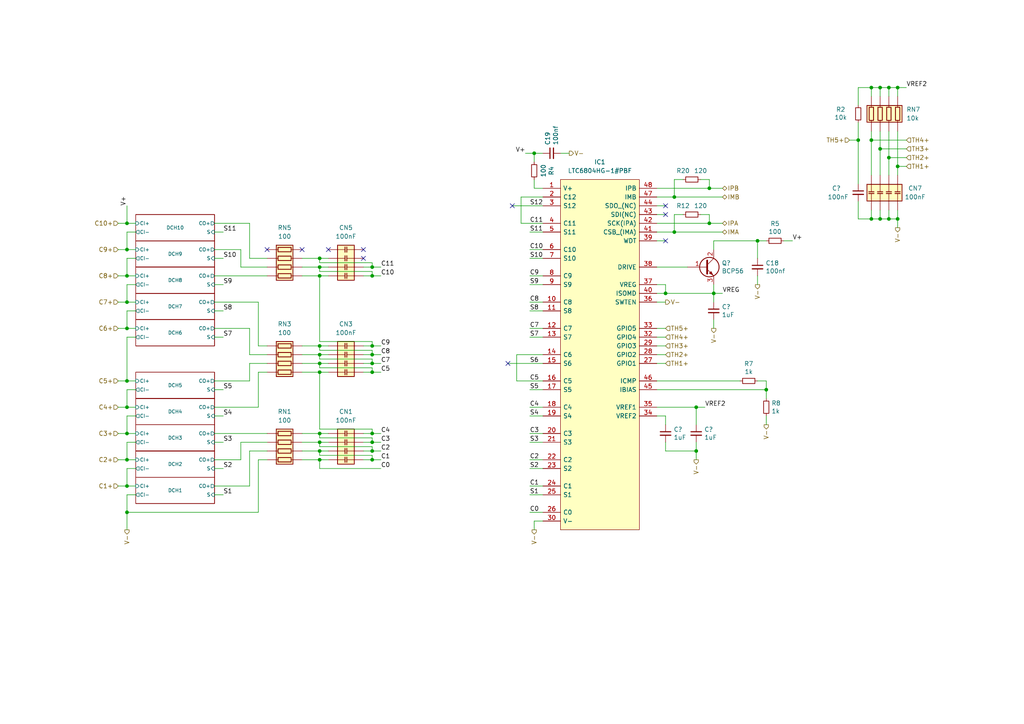
<source format=kicad_sch>
(kicad_sch (version 20230121) (generator eeschema)
  (paper "A4")
  (lib_symbols
    (symbol "PUTM_EV_BMS_HV_Slave_2021-rescue:C_Small-Device" (pin_numbers hide) (pin_names (offset 0.254) hide)
      (property "Reference" "C" (at 0.254 1.778 0))
      (property "Value" "C_Small-Device" (at 0.254 -2.032 0))
      (symbol "C_Small-Device_1_1"
        (pin passive line (at 0 2.54 270) (length 2.032) (name "~") (number "1"))
        (pin passive line (at 0 -2.54 90) (length 2.032) (name "~") (number "2"))
      )
    )
    (symbol "PUTM_EV_BMS_HV_Slave_2021-rescue:Q_NPN_BCE-Device" (pin_names (offset 0) hide)
      (property "Reference" "Q" (at 5.08 1.27 0))
      (property "Value" "Q_NPN_BCE-Device" (at 5.08 -1.27 0))
      (symbol "Q_NPN_BCE-Device_1_1"
        (pin input line (at -5.08 0 0) (length 5.715) (name "B") (number "1"))
        (pin passive line (at 2.54 5.08 270) (length 2.54) (name "C") (number "2"))
        (pin passive line (at 2.54 -5.08 90) (length 2.54) (name "E") (number "3"))
      )
    )
    (symbol "PUTM_EV_BMS_HV_Slave_2021-rescue:R_Small-Device" (pin_numbers hide) (pin_names (offset 0.254) hide)
      (property "Reference" "R" (at 0.762 0.508 0))
      (property "Value" "R_Small-Device" (at 0.762 -1.016 0))
      (symbol "R_Small-Device_1_1"
        (pin passive line (at 0 2.54 270) (length 0.762) (name "~") (number "1"))
        (pin passive line (at 0 -2.54 90) (length 0.762) (name "~") (number "2"))
      )
    )
    (symbol "ca064x104k4racauto:CA064X104K4RACAUTO" (pin_numbers hide) (pin_names (offset 0.762) hide)
      (property "Reference" "CN" (at -2.54 10.16 0))
      (property "Value" "CA064X104K4RACAUTO" (at -2.54 7.62 0))
      (symbol "CA064X104K4RACAUTO_1_1"
        (pin passive line (at -5.08 3.81 0) (length 2.54) (name "R1.1") (number "1"))
        (pin passive line (at -5.08 1.27 0) (length 2.54) (name "R2.1") (number "2"))
        (pin passive line (at -5.08 -1.27 0) (length 2.54) (name "R3.1") (number "3"))
        (pin passive line (at -5.08 -3.81 0) (length 2.54) (name "R4.1") (number "4"))
        (pin passive line (at 5.08 -3.81 180) (length 2.54) (name "R4.2") (number "5"))
        (pin passive line (at 5.08 -1.27 180) (length 2.54) (name "R3.2") (number "6"))
        (pin passive line (at 5.08 1.27 180) (length 2.54) (name "R2.2") (number "7"))
        (pin passive line (at 5.08 3.81 180) (length 2.54) (name "R1.2") (number "8"))
      )
    )
    (symbol "exb-v8v101jv:EXB-V8V101JV" (pin_numbers hide) (pin_names (offset 0.762) hide)
      (property "Reference" "RN" (at -2.54 8.89 0))
      (property "Value" "EXB-V8V101JV" (at -2.54 6.35 0))
      (symbol "EXB-V8V101JV_1_1"
        (pin passive line (at -5.08 3.81 0) (length 2.54) (name "R1.1") (number "1"))
        (pin passive line (at -5.08 1.27 0) (length 2.54) (name "R2.1") (number "2"))
        (pin passive line (at -5.08 -1.27 0) (length 2.54) (name "R3.1") (number "3"))
        (pin passive line (at -5.08 -3.81 0) (length 2.54) (name "R4.1") (number "4"))
        (pin passive line (at 5.08 -3.81 180) (length 2.54) (name "R4.2") (number "5"))
        (pin passive line (at 5.08 -1.27 180) (length 2.54) (name "R3.2") (number "6"))
        (pin passive line (at 5.08 1.27 180) (length 2.54) (name "R2.2") (number "7"))
        (pin passive line (at 5.08 3.81 180) (length 2.54) (name "R1.2") (number "8"))
      )
    )
    (symbol "ltc6804hg-1#pbf:LTC6804HG-1#PBF" (pin_names (offset 0.762))
      (property "Reference" "IC" (at 68.58 8.89 0))
      (property "Value" "LTC6804HG-1#PBF" (at 68.58 6.35 0))
      (symbol "LTC6804HG-1#PBF_0_0"
        (pin passive line (at 0 0 0) (length 5.08) (name "V+") (number "1"))
        (pin passive line (at 0 -33.02 0) (length 5.08) (name "C8") (number "10"))
        (pin passive line (at 0 -35.56 0) (length 5.08) (name "S8") (number "11"))
        (pin passive line (at 0 -40.64 0) (length 5.08) (name "C7") (number "12"))
        (pin passive line (at 0 -43.18 0) (length 5.08) (name "S7") (number "13"))
        (pin passive line (at 0 -48.26 0) (length 5.08) (name "C6") (number "14"))
        (pin passive line (at 0 -50.8 0) (length 5.08) (name "S6") (number "15"))
        (pin passive line (at 0 -55.88 0) (length 5.08) (name "C5") (number "16"))
        (pin passive line (at 0 -58.42 0) (length 5.08) (name "S5") (number "17"))
        (pin passive line (at 0 -63.5 0) (length 5.08) (name "C4") (number "18"))
        (pin passive line (at 0 -66.04 0) (length 5.08) (name "S4") (number "19"))
        (pin passive line (at 0 -2.54 0) (length 5.08) (name "C12") (number "2"))
        (pin passive line (at 0 -71.12 0) (length 5.08) (name "C3") (number "20"))
        (pin passive line (at 0 -73.66 0) (length 5.08) (name "S3") (number "21"))
        (pin passive line (at 0 -78.74 0) (length 5.08) (name "C2") (number "22"))
        (pin passive line (at 0 -81.28 0) (length 5.08) (name "S2") (number "23"))
        (pin passive line (at 0 -86.36 0) (length 5.08) (name "C1") (number "24"))
        (pin passive line (at 0 -88.9 0) (length 5.08) (name "S1") (number "25"))
        (pin passive line (at 0 -93.98 0) (length 5.08) (name "C0") (number "26"))
        (pin passive line (at 33.02 -50.8 180) (length 5.08) (name "GPIO1") (number "27"))
        (pin passive line (at 33.02 -48.26 180) (length 5.08) (name "GPIO2") (number "28"))
        (pin passive line (at 33.02 -45.72 180) (length 5.08) (name "GPIO3") (number "29"))
        (pin passive line (at 0 -5.08 0) (length 5.08) (name "S12") (number "3"))
        (pin passive line (at 33.02 -43.18 180) (length 5.08) (name "GPIO4") (number "32"))
        (pin passive line (at 33.02 -40.64 180) (length 5.08) (name "GPIO5") (number "33"))
        (pin passive line (at 33.02 -66.04 180) (length 5.08) (name "VREF2") (number "34"))
        (pin passive line (at 33.02 -63.5 180) (length 5.08) (name "VREF1") (number "35"))
        (pin passive line (at 33.02 -33.02 180) (length 5.08) (name "SWTEN") (number "36"))
        (pin passive line (at 33.02 -27.94 180) (length 5.08) (name "VREG") (number "37"))
        (pin passive line (at 33.02 -22.86 180) (length 5.08) (name "DRIVE") (number "38"))
        (pin passive line (at 33.02 -15.24 180) (length 5.08) (name "WDT") (number "39"))
        (pin passive line (at 0 -10.16 0) (length 5.08) (name "C11") (number "4"))
        (pin passive line (at 33.02 -30.48 180) (length 5.08) (name "ISOMD") (number "40"))
        (pin passive line (at 33.02 -12.7 180) (length 5.08) (name "CSB_(IMA)") (number "41"))
        (pin passive line (at 33.02 -10.16 180) (length 5.08) (name "SCK(IPA)") (number "42"))
        (pin passive line (at 33.02 -7.62 180) (length 5.08) (name "SDI(NC)") (number "43"))
        (pin passive line (at 33.02 -5.08 180) (length 5.08) (name "SDO_(NC)") (number "44"))
        (pin passive line (at 33.02 -58.42 180) (length 5.08) (name "IBIAS") (number "45"))
        (pin passive line (at 33.02 -55.88 180) (length 5.08) (name "ICMP") (number "46"))
        (pin passive line (at 33.02 -2.54 180) (length 5.08) (name "IMB") (number "47"))
        (pin passive line (at 33.02 0 180) (length 5.08) (name "IPB") (number "48"))
        (pin passive line (at 0 -12.7 0) (length 5.08) (name "S11") (number "5"))
        (pin passive line (at 0 -17.78 0) (length 5.08) (name "C10") (number "6"))
        (pin passive line (at 0 -20.32 0) (length 5.08) (name "S10") (number "7"))
        (pin passive line (at 0 -25.4 0) (length 5.08) (name "C9") (number "8"))
        (pin passive line (at 0 -27.94 0) (length 5.08) (name "S9") (number "9"))
      )
      (symbol "LTC6804HG-1#PBF_1_0"
        (pin passive line (at 0 -96.52 0) (length 5.08) (name "V-") (number "30"))
        (pin passive line (at 0 -96.52 0) (length 5.08) hide (name "V-") (number "31"))
      )
    )
  )
  (junction (at 255.27 25.4))
  (junction (at 107.95 77.47))
  (junction (at 107.95 80.01))
  (junction (at 107.95 133.35))
  (junction (at 92.71 77.47))
  (junction (at 92.71 102.87))
  (junction (at 36.83 110.49))
  (junction (at 92.71 128.27))
  (junction (at 107.95 125.73))
  (junction (at 195.58 67.31))
  (junction (at 252.73 40.64))
  (junction (at 92.71 74.93))
  (junction (at 201.93 130.81))
  (junction (at 193.04 85.09))
  (junction (at 219.71 69.85))
  (junction (at 92.71 130.81))
  (junction (at 36.83 118.11))
  (junction (at 257.81 25.4))
  (junction (at 154.94 44.45))
  (junction (at 36.83 95.25))
  (junction (at 36.83 140.97))
  (junction (at 255.27 43.18))
  (junction (at 36.83 148.59))
  (junction (at 107.95 100.33))
  (junction (at 201.93 118.11))
  (junction (at 260.35 63.5))
  (junction (at 260.35 48.26))
  (junction (at 207.01 85.09))
  (junction (at 205.74 64.77))
  (junction (at 36.83 80.01))
  (junction (at 92.71 133.35))
  (junction (at 195.58 57.15))
  (junction (at 36.83 64.77))
  (junction (at 107.95 107.95))
  (junction (at 36.83 72.39))
  (junction (at 107.95 105.41))
  (junction (at 92.71 80.01))
  (junction (at 107.95 102.87))
  (junction (at 252.73 25.4))
  (junction (at 255.27 63.5))
  (junction (at 92.71 105.41))
  (junction (at 260.35 25.4))
  (junction (at 107.95 130.81))
  (junction (at 92.71 125.73))
  (junction (at 36.83 133.35))
  (junction (at 92.71 100.33))
  (junction (at 205.74 54.61))
  (junction (at 248.92 40.64))
  (junction (at 257.81 63.5))
  (junction (at 92.71 107.95))
  (junction (at 222.25 113.03))
  (junction (at 107.95 128.27))
  (junction (at 257.81 45.72))
  (junction (at 36.83 125.73))
  (junction (at 36.83 87.63))
  (junction (at 252.73 63.5))
  (no_connect (at 95.25 72.39))
  (no_connect (at 105.41 74.93))
  (no_connect (at 105.41 72.39))
  (no_connect (at 87.63 72.39))
  (no_connect (at 193.04 62.23))
  (no_connect (at 148.59 59.69))
  (no_connect (at 77.47 72.39))
  (no_connect (at 193.04 59.69))
  (no_connect (at 147.32 105.41))
  (no_connect (at 193.04 69.85))
  (wire (pts (xy 190.5 120.65) (xy 193.04 120.65)))
  (wire (pts (xy 207.01 85.09) (xy 207.01 87.63)))
  (wire (pts (xy 190.5 54.61) (xy 205.74 54.61)))
  (wire (pts (xy 227.33 69.85) (xy 229.87 69.85)))
  (wire (pts (xy 260.35 63.5) (xy 257.81 63.5)))
  (wire (pts (xy 252.73 60.96) (xy 252.73 63.5)))
  (wire (pts (xy 255.27 38.1) (xy 255.27 43.18)))
  (wire (pts (xy 154.94 44.45) (xy 157.48 44.45)))
  (wire (pts (xy 153.67 74.93) (xy 157.48 74.93)))
  (wire (pts (xy 107.95 125.73) (xy 107.95 124.46)))
  (wire (pts (xy 252.73 40.64) (xy 262.89 40.64)))
  (wire (pts (xy 34.29 72.39) (xy 36.83 72.39)))
  (wire (pts (xy 36.83 97.79) (xy 36.83 110.49)))
  (wire (pts (xy 105.41 80.01) (xy 107.95 80.01)))
  (wire (pts (xy 154.94 54.61) (xy 157.48 54.61)))
  (wire (pts (xy 36.83 120.65) (xy 36.83 125.73)))
  (wire (pts (xy 107.95 132.08) (xy 92.71 132.08)))
  (wire (pts (xy 248.92 63.5) (xy 252.73 63.5)))
  (wire (pts (xy 105.41 102.87) (xy 107.95 102.87)))
  (wire (pts (xy 105.41 128.27) (xy 107.95 128.27)))
  (wire (pts (xy 105.41 133.35) (xy 107.95 133.35)))
  (wire (pts (xy 36.83 72.39) (xy 39.37 72.39)))
  (wire (pts (xy 36.83 148.59) (xy 36.83 153.67)))
  (wire (pts (xy 34.29 140.97) (xy 36.83 140.97)))
  (wire (pts (xy 190.5 105.41) (xy 193.04 105.41)))
  (wire (pts (xy 95.25 107.95) (xy 92.71 107.95)))
  (wire (pts (xy 149.86 102.87) (xy 149.86 110.49)))
  (wire (pts (xy 74.93 118.11) (xy 74.93 107.95)))
  (wire (pts (xy 95.25 77.47) (xy 92.71 77.47)))
  (wire (pts (xy 107.95 133.35) (xy 110.49 133.35)))
  (wire (pts (xy 153.67 128.27) (xy 157.48 128.27)))
  (wire (pts (xy 92.71 133.35) (xy 95.25 133.35)))
  (wire (pts (xy 92.71 78.74) (xy 92.71 77.47)))
  (wire (pts (xy 219.71 110.49) (xy 222.25 110.49)))
  (wire (pts (xy 36.83 67.31) (xy 36.83 72.39)))
  (wire (pts (xy 95.25 128.27) (xy 92.71 128.27)))
  (wire (pts (xy 153.67 82.55) (xy 157.48 82.55)))
  (wire (pts (xy 201.93 123.19) (xy 201.93 118.11)))
  (wire (pts (xy 107.95 124.46) (xy 92.71 124.46)))
  (wire (pts (xy 207.01 85.09) (xy 209.55 85.09)))
  (wire (pts (xy 190.5 82.55) (xy 193.04 82.55)))
  (wire (pts (xy 193.04 120.65) (xy 193.04 123.19)))
  (wire (pts (xy 107.95 104.14) (xy 92.71 104.14)))
  (wire (pts (xy 92.71 106.68) (xy 92.71 105.41)))
  (wire (pts (xy 62.23 72.39) (xy 69.85 72.39)))
  (wire (pts (xy 201.93 118.11) (xy 204.47 118.11)))
  (wire (pts (xy 105.41 77.47) (xy 107.95 77.47)))
  (wire (pts (xy 39.37 135.89) (xy 36.83 135.89)))
  (wire (pts (xy 62.23 67.31) (xy 64.77 67.31)))
  (wire (pts (xy 87.63 74.93) (xy 92.71 74.93)))
  (wire (pts (xy 72.39 140.97) (xy 72.39 130.81)))
  (wire (pts (xy 248.92 35.56) (xy 248.92 40.64)))
  (wire (pts (xy 107.95 78.74) (xy 92.71 78.74)))
  (wire (pts (xy 92.71 74.93) (xy 95.25 74.93)))
  (wire (pts (xy 39.37 113.03) (xy 36.83 113.03)))
  (wire (pts (xy 201.93 128.27) (xy 201.93 130.81)))
  (wire (pts (xy 107.95 100.33) (xy 107.95 99.06)))
  (wire (pts (xy 107.95 128.27) (xy 110.49 128.27)))
  (wire (pts (xy 255.27 25.4) (xy 255.27 27.94)))
  (wire (pts (xy 260.35 60.96) (xy 260.35 63.5)))
  (wire (pts (xy 153.67 135.89) (xy 157.48 135.89)))
  (wire (pts (xy 153.67 143.51) (xy 157.48 143.51)))
  (wire (pts (xy 193.04 82.55) (xy 193.04 85.09)))
  (wire (pts (xy 69.85 128.27) (xy 77.47 128.27)))
  (wire (pts (xy 205.74 62.23) (xy 205.74 64.77)))
  (wire (pts (xy 107.95 130.81) (xy 107.95 129.54)))
  (wire (pts (xy 87.63 107.95) (xy 92.71 107.95)))
  (wire (pts (xy 62.23 74.93) (xy 64.77 74.93)))
  (wire (pts (xy 87.63 128.27) (xy 92.71 128.27)))
  (wire (pts (xy 260.35 63.5) (xy 260.35 66.04)))
  (wire (pts (xy 34.29 118.11) (xy 36.83 118.11)))
  (wire (pts (xy 62.23 133.35) (xy 69.85 133.35)))
  (wire (pts (xy 62.23 120.65) (xy 64.77 120.65)))
  (wire (pts (xy 72.39 95.25) (xy 72.39 102.87)))
  (wire (pts (xy 255.27 25.4) (xy 252.73 25.4)))
  (wire (pts (xy 153.67 133.35) (xy 157.48 133.35)))
  (wire (pts (xy 248.92 30.48) (xy 248.92 25.4)))
  (wire (pts (xy 107.95 125.73) (xy 110.49 125.73)))
  (wire (pts (xy 157.48 151.13) (xy 154.94 151.13)))
  (wire (pts (xy 107.95 102.87) (xy 110.49 102.87)))
  (wire (pts (xy 257.81 25.4) (xy 257.81 27.94)))
  (wire (pts (xy 190.5 102.87) (xy 193.04 102.87)))
  (wire (pts (xy 36.83 74.93) (xy 36.83 80.01)))
  (wire (pts (xy 107.95 129.54) (xy 92.71 129.54)))
  (wire (pts (xy 153.67 148.59) (xy 157.48 148.59)))
  (wire (pts (xy 39.37 74.93) (xy 36.83 74.93)))
  (wire (pts (xy 36.83 125.73) (xy 39.37 125.73)))
  (wire (pts (xy 205.74 52.07) (xy 205.74 54.61)))
  (wire (pts (xy 190.5 100.33) (xy 193.04 100.33)))
  (wire (pts (xy 257.81 38.1) (xy 257.81 45.72)))
  (wire (pts (xy 36.83 133.35) (xy 39.37 133.35)))
  (wire (pts (xy 34.29 80.01) (xy 36.83 80.01)))
  (wire (pts (xy 260.35 48.26) (xy 262.89 48.26)))
  (wire (pts (xy 105.41 125.73) (xy 107.95 125.73)))
  (wire (pts (xy 36.83 64.77) (xy 39.37 64.77)))
  (wire (pts (xy 153.67 140.97) (xy 157.48 140.97)))
  (wire (pts (xy 92.71 129.54) (xy 92.71 128.27)))
  (wire (pts (xy 195.58 62.23) (xy 195.58 67.31)))
  (wire (pts (xy 190.5 69.85) (xy 193.04 69.85)))
  (wire (pts (xy 36.83 59.69) (xy 36.83 64.77)))
  (wire (pts (xy 153.67 113.03) (xy 157.48 113.03)))
  (wire (pts (xy 62.23 87.63) (xy 74.93 87.63)))
  (wire (pts (xy 147.32 105.41) (xy 157.48 105.41)))
  (wire (pts (xy 149.86 110.49) (xy 157.48 110.49)))
  (wire (pts (xy 162.56 44.45) (xy 165.1 44.45)))
  (wire (pts (xy 154.94 46.99) (xy 154.94 44.45)))
  (wire (pts (xy 219.71 69.85) (xy 222.25 69.85)))
  (wire (pts (xy 107.95 102.87) (xy 107.95 101.6)))
  (wire (pts (xy 190.5 95.25) (xy 193.04 95.25)))
  (wire (pts (xy 39.37 67.31) (xy 36.83 67.31)))
  (wire (pts (xy 72.39 102.87) (xy 77.47 102.87)))
  (wire (pts (xy 153.67 72.39) (xy 157.48 72.39)))
  (wire (pts (xy 107.95 106.68) (xy 92.71 106.68)))
  (wire (pts (xy 153.67 80.01) (xy 157.48 80.01)))
  (wire (pts (xy 248.92 40.64) (xy 248.92 53.34)))
  (wire (pts (xy 203.2 62.23) (xy 205.74 62.23)))
  (wire (pts (xy 34.29 64.77) (xy 36.83 64.77)))
  (wire (pts (xy 257.81 25.4) (xy 255.27 25.4)))
  (wire (pts (xy 151.13 64.77) (xy 157.48 64.77)))
  (wire (pts (xy 107.95 101.6) (xy 92.71 101.6)))
  (wire (pts (xy 95.25 105.41) (xy 92.71 105.41)))
  (wire (pts (xy 92.71 127) (xy 92.71 125.73)))
  (wire (pts (xy 195.58 57.15) (xy 209.55 57.15)))
  (wire (pts (xy 201.93 130.81) (xy 193.04 130.81)))
  (wire (pts (xy 36.83 140.97) (xy 39.37 140.97)))
  (wire (pts (xy 260.35 38.1) (xy 260.35 48.26)))
  (wire (pts (xy 95.25 100.33) (xy 92.71 100.33)))
  (wire (pts (xy 257.81 60.96) (xy 257.81 63.5)))
  (wire (pts (xy 107.95 99.06) (xy 92.71 99.06)))
  (wire (pts (xy 248.92 25.4) (xy 252.73 25.4)))
  (wire (pts (xy 87.63 77.47) (xy 92.71 77.47)))
  (wire (pts (xy 36.83 110.49) (xy 39.37 110.49)))
  (wire (pts (xy 95.25 130.81) (xy 92.71 130.81)))
  (wire (pts (xy 69.85 72.39) (xy 69.85 77.47)))
  (wire (pts (xy 74.93 133.35) (xy 74.93 148.59)))
  (wire (pts (xy 153.67 67.31) (xy 157.48 67.31)))
  (wire (pts (xy 207.01 69.85) (xy 219.71 69.85)))
  (wire (pts (xy 153.67 97.79) (xy 157.48 97.79)))
  (wire (pts (xy 34.29 95.25) (xy 36.83 95.25)))
  (wire (pts (xy 190.5 59.69) (xy 193.04 59.69)))
  (wire (pts (xy 190.5 85.09) (xy 193.04 85.09)))
  (wire (pts (xy 222.25 110.49) (xy 222.25 113.03)))
  (wire (pts (xy 62.23 125.73) (xy 77.47 125.73)))
  (wire (pts (xy 107.95 76.2) (xy 92.71 76.2)))
  (wire (pts (xy 39.37 128.27) (xy 36.83 128.27)))
  (wire (pts (xy 153.67 118.11) (xy 157.48 118.11)))
  (wire (pts (xy 107.95 100.33) (xy 110.49 100.33)))
  (wire (pts (xy 203.2 52.07) (xy 205.74 52.07)))
  (wire (pts (xy 193.04 87.63) (xy 190.5 87.63)))
  (wire (pts (xy 62.23 80.01) (xy 77.47 80.01)))
  (wire (pts (xy 62.23 118.11) (xy 74.93 118.11)))
  (wire (pts (xy 193.04 130.81) (xy 193.04 128.27)))
  (wire (pts (xy 62.23 135.89) (xy 64.77 135.89)))
  (wire (pts (xy 201.93 118.11) (xy 190.5 118.11)))
  (wire (pts (xy 62.23 97.79) (xy 64.77 97.79)))
  (wire (pts (xy 153.67 90.17) (xy 157.48 90.17)))
  (wire (pts (xy 92.71 101.6) (xy 92.71 100.33)))
  (wire (pts (xy 92.71 99.06) (xy 92.71 80.01)))
  (wire (pts (xy 62.23 113.03) (xy 64.77 113.03)))
  (wire (pts (xy 154.94 52.07) (xy 154.94 54.61)))
  (wire (pts (xy 39.37 82.55) (xy 36.83 82.55)))
  (wire (pts (xy 153.67 87.63) (xy 157.48 87.63)))
  (wire (pts (xy 62.23 143.51) (xy 64.77 143.51)))
  (wire (pts (xy 107.95 127) (xy 92.71 127)))
  (wire (pts (xy 151.13 57.15) (xy 151.13 64.77)))
  (wire (pts (xy 205.74 64.77) (xy 209.55 64.77)))
  (wire (pts (xy 87.63 105.41) (xy 92.71 105.41)))
  (wire (pts (xy 92.71 135.89) (xy 110.49 135.89)))
  (wire (pts (xy 92.71 130.81) (xy 92.71 132.08)))
  (wire (pts (xy 95.25 80.01) (xy 92.71 80.01)))
  (wire (pts (xy 77.47 133.35) (xy 74.93 133.35)))
  (wire (pts (xy 153.67 95.25) (xy 157.48 95.25)))
  (wire (pts (xy 62.23 95.25) (xy 72.39 95.25)))
  (wire (pts (xy 107.95 130.81) (xy 110.49 130.81)))
  (wire (pts (xy 105.41 100.33) (xy 107.95 100.33)))
  (wire (pts (xy 72.39 110.49) (xy 72.39 105.41)))
  (wire (pts (xy 257.81 45.72) (xy 262.89 45.72)))
  (wire (pts (xy 36.83 143.51) (xy 39.37 143.51)))
  (wire (pts (xy 72.39 64.77) (xy 72.39 74.93)))
  (wire (pts (xy 207.01 82.55) (xy 207.01 85.09)))
  (wire (pts (xy 222.25 113.03) (xy 222.25 115.57)))
  (wire (pts (xy 190.5 62.23) (xy 193.04 62.23)))
  (wire (pts (xy 107.95 105.41) (xy 110.49 105.41)))
  (wire (pts (xy 92.71 76.2) (xy 92.71 74.93)))
  (wire (pts (xy 72.39 130.81) (xy 77.47 130.81)))
  (wire (pts (xy 34.29 133.35) (xy 36.83 133.35)))
  (wire (pts (xy 74.93 100.33) (xy 77.47 100.33)))
  (wire (pts (xy 153.67 120.65) (xy 157.48 120.65)))
  (wire (pts (xy 148.59 59.69) (xy 157.48 59.69)))
  (wire (pts (xy 62.23 128.27) (xy 64.77 128.27)))
  (wire (pts (xy 107.95 107.95) (xy 110.49 107.95)))
  (wire (pts (xy 190.5 110.49) (xy 214.63 110.49)))
  (wire (pts (xy 36.83 118.11) (xy 39.37 118.11)))
  (wire (pts (xy 36.83 90.17) (xy 36.83 95.25)))
  (wire (pts (xy 74.93 107.95) (xy 77.47 107.95)))
  (wire (pts (xy 39.37 97.79) (xy 36.83 97.79)))
  (wire (pts (xy 151.13 57.15) (xy 157.48 57.15)))
  (wire (pts (xy 34.29 110.49) (xy 36.83 110.49)))
  (wire (pts (xy 195.58 67.31) (xy 209.55 67.31)))
  (wire (pts (xy 87.63 102.87) (xy 92.71 102.87)))
  (wire (pts (xy 95.25 125.73) (xy 92.71 125.73)))
  (wire (pts (xy 87.63 100.33) (xy 92.71 100.33)))
  (wire (pts (xy 87.63 133.35) (xy 92.71 133.35)))
  (wire (pts (xy 36.83 128.27) (xy 36.83 133.35)))
  (wire (pts (xy 62.23 90.17) (xy 64.77 90.17)))
  (wire (pts (xy 255.27 43.18) (xy 262.89 43.18)))
  (wire (pts (xy 257.81 45.72) (xy 257.81 50.8)))
  (wire (pts (xy 107.95 77.47) (xy 107.95 76.2)))
  (wire (pts (xy 107.95 77.47) (xy 110.49 77.47)))
  (wire (pts (xy 252.73 38.1) (xy 252.73 40.64)))
  (wire (pts (xy 39.37 120.65) (xy 36.83 120.65)))
  (wire (pts (xy 190.5 77.47) (xy 199.39 77.47)))
  (wire (pts (xy 62.23 110.49) (xy 72.39 110.49)))
  (wire (pts (xy 260.35 25.4) (xy 257.81 25.4)))
  (wire (pts (xy 87.63 125.73) (xy 92.71 125.73)))
  (wire (pts (xy 152.4 44.45) (xy 154.94 44.45)))
  (wire (pts (xy 69.85 77.47) (xy 77.47 77.47)))
  (wire (pts (xy 190.5 67.31) (xy 195.58 67.31)))
  (wire (pts (xy 36.83 80.01) (xy 39.37 80.01)))
  (wire (pts (xy 107.95 133.35) (xy 107.95 132.08)))
  (wire (pts (xy 36.83 148.59) (xy 74.93 148.59)))
  (wire (pts (xy 154.94 151.13) (xy 154.94 153.67)))
  (wire (pts (xy 36.83 82.55) (xy 36.83 87.63)))
  (wire (pts (xy 201.93 130.81) (xy 201.93 133.35)))
  (wire (pts (xy 195.58 52.07) (xy 198.12 52.07)))
  (wire (pts (xy 107.95 107.95) (xy 107.95 106.68)))
  (wire (pts (xy 105.41 105.41) (xy 107.95 105.41)))
  (wire (pts (xy 74.93 87.63) (xy 74.93 100.33)))
  (wire (pts (xy 252.73 25.4) (xy 252.73 27.94)))
  (wire (pts (xy 149.86 102.87) (xy 157.48 102.87)))
  (wire (pts (xy 255.27 43.18) (xy 255.27 50.8)))
  (wire (pts (xy 92.71 133.35) (xy 92.71 135.89)))
  (wire (pts (xy 36.83 143.51) (xy 36.83 148.59)))
  (wire (pts (xy 107.95 128.27) (xy 107.95 127)))
  (wire (pts (xy 36.83 87.63) (xy 39.37 87.63)))
  (wire (pts (xy 219.71 69.85) (xy 219.71 74.93)))
  (wire (pts (xy 39.37 90.17) (xy 36.83 90.17)))
  (wire (pts (xy 87.63 80.01) (xy 92.71 80.01)))
  (wire (pts (xy 195.58 52.07) (xy 195.58 57.15)))
  (wire (pts (xy 207.01 92.71) (xy 207.01 95.25)))
  (wire (pts (xy 107.95 104.14) (xy 107.95 105.41)))
  (wire (pts (xy 260.35 25.4) (xy 260.35 27.94)))
  (wire (pts (xy 207.01 69.85) (xy 207.01 72.39)))
  (wire (pts (xy 72.39 105.41) (xy 77.47 105.41)))
  (wire (pts (xy 205.74 54.61) (xy 209.55 54.61)))
  (wire (pts (xy 262.89 25.4) (xy 260.35 25.4)))
  (wire (pts (xy 153.67 125.73) (xy 157.48 125.73)))
  (wire (pts (xy 36.83 95.25) (xy 39.37 95.25)))
  (wire (pts (xy 87.63 130.81) (xy 92.71 130.81)))
  (wire (pts (xy 36.83 135.89) (xy 36.83 140.97)))
  (wire (pts (xy 246.38 40.64) (xy 248.92 40.64)))
  (wire (pts (xy 190.5 97.79) (xy 193.04 97.79)))
  (wire (pts (xy 34.29 87.63) (xy 36.83 87.63)))
  (wire (pts (xy 36.83 113.03) (xy 36.83 118.11)))
  (wire (pts (xy 95.25 102.87) (xy 92.71 102.87)))
  (wire (pts (xy 69.85 133.35) (xy 69.85 128.27)))
  (wire (pts (xy 248.92 58.42) (xy 248.92 63.5)))
  (wire (pts (xy 260.35 48.26) (xy 260.35 50.8)))
  (wire (pts (xy 92.71 124.46) (xy 92.71 107.95)))
  (wire (pts (xy 105.41 107.95) (xy 107.95 107.95)))
  (wire (pts (xy 107.95 80.01) (xy 107.95 78.74)))
  (wire (pts (xy 62.23 140.97) (xy 72.39 140.97)))
  (wire (pts (xy 252.73 40.64) (xy 252.73 50.8)))
  (wire (pts (xy 257.81 63.5) (xy 255.27 63.5)))
  (wire (pts (xy 222.25 120.65) (xy 222.25 123.19)))
  (wire (pts (xy 62.23 82.55) (xy 64.77 82.55)))
  (wire (pts (xy 190.5 113.03) (xy 222.25 113.03)))
  (wire (pts (xy 92.71 104.14) (xy 92.71 102.87)))
  (wire (pts (xy 252.73 63.5) (xy 255.27 63.5)))
  (wire (pts (xy 255.27 60.96) (xy 255.27 63.5)))
  (wire (pts (xy 107.95 80.01) (xy 110.49 80.01)))
  (wire (pts (xy 219.71 80.01) (xy 219.71 82.55)))
  (wire (pts (xy 190.5 64.77) (xy 205.74 64.77)))
  (wire (pts (xy 72.39 74.93) (xy 77.47 74.93)))
  (wire (pts (xy 105.41 130.81) (xy 107.95 130.81)))
  (wire (pts (xy 190.5 57.15) (xy 195.58 57.15)))
  (wire (pts (xy 193.04 85.09) (xy 207.01 85.09)))
  (wire (pts (xy 198.12 62.23) (xy 195.58 62.23)))
  (wire (pts (xy 62.23 64.77) (xy 72.39 64.77)))
  (wire (pts (xy 34.29 125.73) (xy 36.83 125.73)))
  (label "S10" (at 64.77 74.93 0))
  (label "C5" (at 110.49 107.95 0))
  (label "S8" (at 64.77 90.17 0))
  (label "V+" (at 36.83 59.69 90))
  (label "S8" (at 153.67 90.17 0))
  (label "VREF2" (at 262.89 25.4 0))
  (label "C2" (at 110.49 130.81 0))
  (label "S2" (at 64.77 135.89 0))
  (label "S3" (at 153.67 128.27 0))
  (label "S10" (at 153.67 74.93 0))
  (label "C11" (at 153.67 64.77 0))
  (label "S7" (at 153.67 97.79 0))
  (label "C4" (at 110.49 125.73 0))
  (label "VREF2" (at 204.47 118.11 0))
  (label "S1" (at 64.77 143.51 0))
  (label "S9" (at 64.77 82.55 0))
  (label "S7" (at 64.77 97.79 0))
  (label "S5" (at 64.77 113.03 0))
  (label "C0" (at 153.67 148.59 0))
  (label "VREG" (at 209.55 85.09 0))
  (label "C7" (at 153.67 95.25 0))
  (label "C3" (at 110.49 128.27 0))
  (label "C9" (at 110.49 100.33 0))
  (label "V+" (at 229.87 69.85 0))
  (label "S11" (at 153.67 67.31 0))
  (label "S5" (at 153.67 113.03 0))
  (label "S3" (at 64.77 128.27 0))
  (label "C11" (at 110.49 77.47 0))
  (label "C10" (at 110.49 80.01 0))
  (label "C8" (at 110.49 102.87 0))
  (label "C9" (at 153.67 80.01 0))
  (label "C5" (at 153.67 110.49 0))
  (label "S11" (at 64.77 67.31 0))
  (label "S12" (at 153.67 59.69 0))
  (label "V+" (at 152.4 44.45 180))
  (label "C7" (at 110.49 105.41 0))
  (label "S6" (at 153.67 105.41 0))
  (label "C8" (at 153.67 87.63 0))
  (label "S2" (at 153.67 135.89 0))
  (label "C1" (at 110.49 133.35 0))
  (label "C1" (at 153.67 140.97 0))
  (label "C4" (at 153.67 118.11 0))
  (label "S4" (at 64.77 120.65 0))
  (label "C0" (at 110.49 135.89 0))
  (label "C10" (at 153.67 72.39 0))
  (label "S9" (at 153.67 82.55 0))
  (label "S1" (at 153.67 143.51 0))
  (label "C3" (at 153.67 125.73 0))
  (label "C2" (at 153.67 133.35 0))
  (label "S4" (at 153.67 120.65 0))
  (hierarchical_label "TH3+" (shape input) (at 193.04 100.33 0))
  (hierarchical_label "C9+" (shape input) (at 34.29 72.39 180))
  (hierarchical_label "TH3+" (shape input) (at 262.89 43.18 0))
  (hierarchical_label "V-" (shape output) (at 165.1 44.45 0))
  (hierarchical_label "TH2+" (shape input) (at 193.04 102.87 0))
  (hierarchical_label "IPB" (shape bidirectional) (at 209.55 54.61 0))
  (hierarchical_label "V-" (shape output) (at 222.25 123.19 270))
  (hierarchical_label "IPA" (shape bidirectional) (at 209.55 64.77 0))
  (hierarchical_label "TH4+" (shape input) (at 193.04 97.79 0))
  (hierarchical_label "V-" (shape output) (at 193.04 87.63 0))
  (hierarchical_label "V-" (shape output) (at 219.71 82.55 270))
  (hierarchical_label "TH2+" (shape input) (at 262.89 45.72 0))
  (hierarchical_label "C1+" (shape input) (at 34.29 140.97 180))
  (hierarchical_label "V-" (shape output) (at 207.01 95.25 270))
  (hierarchical_label "C4+" (shape input) (at 34.29 118.11 180))
  (hierarchical_label "C2+" (shape input) (at 34.29 133.35 180))
  (hierarchical_label "IMB" (shape bidirectional) (at 209.55 57.15 0))
  (hierarchical_label "TH5+" (shape input) (at 246.38 40.64 180))
  (hierarchical_label "C6+" (shape input) (at 34.29 95.25 180))
  (hierarchical_label "V-" (shape output) (at 260.35 66.04 270))
  (hierarchical_label "V-" (shape output) (at 201.93 133.35 270))
  (hierarchical_label "TH1+" (shape input) (at 262.89 48.26 0))
  (hierarchical_label "TH5+" (shape input) (at 193.04 95.25 0))
  (hierarchical_label "C8+" (shape input) (at 34.29 80.01 180))
  (hierarchical_label "C3+" (shape input) (at 34.29 125.73 180))
  (hierarchical_label "TH1+" (shape input) (at 193.04 105.41 0))
  (hierarchical_label "TH4+" (shape input) (at 262.89 40.64 0))
  (hierarchical_label "V-" (shape output) (at 154.94 153.67 270))
  (hierarchical_label "C10+" (shape input) (at 34.29 64.77 180))
  (hierarchical_label "V-" (shape output) (at 36.83 153.67 270))
  (hierarchical_label "C7+" (shape input) (at 34.29 87.63 180))
  (hierarchical_label "C5+" (shape input) (at 34.29 110.49 180))
  (hierarchical_label "IMA" (shape bidirectional) (at 209.55 67.31 0))
  (symbol (lib_id "PUTM_EV_BMS_HV_Slave_2021-rescue:R_Small-Device") (at 224.79 69.85 270) (unit 1)
    (property "Reference" "R5" (at 224.79 64.8716 90))
    (property "Value" "100" (at 224.79 67.183 90))
    (property "Footprint" "Resistor_SMD:R_0603_1608Metric" (effects hide))
    (instances (project "PUTM_EV_BMS_HV_SLAVE_2024" (path "" (reference "R5") (unit 1)) (path "" (reference "R53") (unit 1))) (project "PUTM_EV_BMS_HV_Slave_2021" (path "" (reference "R?") (unit 1)) (path "" (reference "R?") (unit 1)) (path "" (reference "R?") (unit 1)) (path "" (reference "R148") (unit 1)) (path "" (reference "R?") (unit 1)) (path "" (reference "R?") (unit 1)) (path "" (reference "R?") (unit 1)) (path "" (reference "R?") (unit 1))))
  )
  (symbol (lib_id "ltc6804hg-1#pbf:LTC6804HG-1#PBF") (at 157.48 54.61 0) (unit 1)
    (property "Reference" "IC1" (at 173.99 46.99 0))
    (property "Value" "LTC6804HG-1#PBF" (at 173.99 49.53 0))
    (property "Footprint" "Samacsys:SOP50P780X200-48N" (effects hide))
    (property "Datasheet" "https://www.analog.com/media/en/technical-documentation/data-sheets/680412fc.pdf" (effects hide))
    (property "Description" "Battery Monitoring Automotive 48-Pin SSOP" (effects hide))
    (property "Height" "2" (effects hide))
    (property "Mouser Part Number" "584-LTC6804HG-1#PBF" (effects hide))
    (property "Mouser Price/Stock" "https://www.mouser.co.uk/ProductDetail/Analog-Devices/LTC6804HG-1PBF?qs=hVkxg5c3xu%2FdZmdFDUnjKA%3D%3D" (effects hide))
    (property "Manufacturer_Name" "Analog Devices" (effects hide))
    (property "Manufacturer_Part_Number" "LTC6804HG-1#PBF" (effects hide))
    (instances (project "PUTM_EV_BMS_HV_SLAVE_2024" (path "" (reference "IC1") (unit 1)) (path "" (reference "IC1") (unit 1)) (path "" (reference "IC2") (unit 1))))
  )
  (symbol (lib_id "ca064x104k4racauto:CA064X104K4RACAUTO") (at 100.33 129.54 0) (unit 1)
    (property "Reference" "CN1" (at 100.33 119.38 0))
    (property "Value" "100nF" (at 100.33 121.92 0))
    (property "Footprint" "Samacsys:CA064X104K4RACAUTO" (effects hide))
    (property "Datasheet" "https://content.kemet.com/datasheets/KEM_C1017_X7R_ARRAY_SMD.pdf" (effects hide))
    (property "Description" "Array Auto X7R Flex, Ceramic, 0.1 uF, 10%, 16 VDC, 40 VDC, 125C, -55C, X7R, SMD, MLCC, Array, Flex Termination, Automotive Grade, 3.5 % , 10 GOhms, 23 mg, 0612, 1.6mm, 3.2mm, 0.8mm, 4000, 78  Weeks, 80" (effects hide))
    (property "Height" "0.9" (effects hide))
    (property "Mouser Part Number" "80-CA064X104K4RCAUTO" (effects hide))
    (property "Mouser Price/Stock" "https://www.mouser.co.uk/ProductDetail/KEMET/CA064X104K4RACAUTO?qs=ds50AKTGxA9iMdWmuiiy3g%3D%3D" (effects hide))
    (property "Manufacturer_Name" "KEMET" (effects hide))
    (property "Manufacturer_Part_Number" "CA064X104K4RACAUTO" (effects hide))
    (instances (project "PUTM_EV_BMS_HV_SLAVE_2024" (path "" (reference "CN1") (unit 1)) (path "" (reference "CN2") (unit 1))))
  )
  (symbol (lib_id "exb-v8v101jv:EXB-V8V101JV") (at 82.55 76.2 0) (unit 1)
    (property "Reference" "RN5" (at 82.55 66.04 0))
    (property "Value" "100" (at 82.55 68.58 0))
    (property "Footprint" "Samacsys:EXBV8V101JV" (effects hide))
    (property "Datasheet" "https://industrial.panasonic.com/cdbs/www-data/pdf/AOC0000/AOC0000C14.pdf" (effects hide))
    (property "Description" "Resistor Networks & Arrays 100 OHM 5%" (effects hide))
    (property "Height" "0.7" (effects hide))
    (property "Mouser Part Number" "667-EXB-V8V101JV" (effects hide))
    (property "Mouser Price/Stock" "https://www.mouser.co.uk/ProductDetail/Panasonic/EXB-V8V101JV?qs=uA7cY%2Fh6FfVdGdnsVOUX7A%3D%3D" (effects hide))
    (property "Manufacturer_Name" "Panasonic" (effects hide))
    (property "Manufacturer_Part_Number" "EXB-V8V101JV" (effects hide))
    (instances (project "PUTM_EV_BMS_HV_SLAVE_2024" (path "" (reference "RN5") (unit 1)) (path "" (reference "RN6") (unit 1))))
  )
  (symbol (lib_id "PUTM_EV_BMS_HV_Slave_2021-rescue:R_Small-Device") (at 248.92 33.02 180) (unit 1)
    (property "Reference" "R2" (at 243.84 31.75 0))
    (property "Value" "10k" (at 243.84 34.0614 0))
    (property "Footprint" "Resistor_SMD:R_0603_1608Metric" (effects hide))
    (instances (project "PUTM_EV_BMS_HV_SLAVE_2024" (path "" (reference "R2") (unit 1)) (path "" (reference "R3") (unit 1))) (project "PUTM_EV_BMS_HV_Slave_2021" (path "" (reference "R?") (unit 1)) (path "" (reference "R?") (unit 1)) (path "" (reference "R?") (unit 1)) (path "" (reference "R150") (unit 1)) (path "" (reference "R?") (unit 1)) (path "" (reference "R?") (unit 1)) (path "" (reference "R?") (unit 1)) (path "" (reference "R?") (unit 1))))
  )
  (symbol (lib_id "ca064x104k4racauto:CA064X104K4RACAUTO") (at 100.33 104.14 0) (unit 1)
    (property "Reference" "CN3" (at 100.33 93.98 0))
    (property "Value" "100nF" (at 100.33 96.52 0))
    (property "Footprint" "Samacsys:CA064X104K4RACAUTO" (effects hide))
    (property "Datasheet" "https://content.kemet.com/datasheets/KEM_C1017_X7R_ARRAY_SMD.pdf" (effects hide))
    (property "Description" "Array Auto X7R Flex, Ceramic, 0.1 uF, 10%, 16 VDC, 40 VDC, 125C, -55C, X7R, SMD, MLCC, Array, Flex Termination, Automotive Grade, 3.5 % , 10 GOhms, 23 mg, 0612, 1.6mm, 3.2mm, 0.8mm, 4000, 78  Weeks, 80" (effects hide))
    (property "Height" "0.9" (effects hide))
    (property "Mouser Part Number" "80-CA064X104K4RCAUTO" (effects hide))
    (property "Mouser Price/Stock" "https://www.mouser.co.uk/ProductDetail/KEMET/CA064X104K4RACAUTO?qs=ds50AKTGxA9iMdWmuiiy3g%3D%3D" (effects hide))
    (property "Manufacturer_Name" "KEMET" (effects hide))
    (property "Manufacturer_Part_Number" "CA064X104K4RACAUTO" (effects hide))
    (instances (project "PUTM_EV_BMS_HV_SLAVE_2024" (path "" (reference "CN3") (unit 1)) (path "" (reference "CN4") (unit 1))))
  )
  (symbol (lib_id "ca064x104k4racauto:CA064X104K4RACAUTO") (at 100.33 76.2 0) (unit 1)
    (property "Reference" "CN5" (at 100.33 66.04 0))
    (property "Value" "100nF" (at 100.33 68.58 0))
    (property "Footprint" "Samacsys:CA064X104K4RACAUTO" (effects hide))
    (property "Datasheet" "https://content.kemet.com/datasheets/KEM_C1017_X7R_ARRAY_SMD.pdf" (effects hide))
    (property "Description" "Array Auto X7R Flex, Ceramic, 0.1 uF, 10%, 16 VDC, 40 VDC, 125C, -55C, X7R, SMD, MLCC, Array, Flex Termination, Automotive Grade, 3.5 % , 10 GOhms, 23 mg, 0612, 1.6mm, 3.2mm, 0.8mm, 4000, 78  Weeks, 80" (effects hide))
    (property "Height" "0.9" (effects hide))
    (property "Mouser Part Number" "80-CA064X104K4RCAUTO" (effects hide))
    (property "Mouser Price/Stock" "https://www.mouser.co.uk/ProductDetail/KEMET/CA064X104K4RACAUTO?qs=ds50AKTGxA9iMdWmuiiy3g%3D%3D" (effects hide))
    (property "Manufacturer_Name" "KEMET" (effects hide))
    (property "Manufacturer_Part_Number" "CA064X104K4RACAUTO" (effects hide))
    (instances (project "PUTM_EV_BMS_HV_SLAVE_2024" (path "" (reference "CN5") (unit 1)) (path "" (reference "CN6") (unit 1))))
  )
  (symbol (lib_id "exb-v8v101jv:EXB-V8V101JV") (at 256.54 33.02 90) (unit 1)
    (property "Reference" "RN7" (at 262.89 31.75 90) (effects (justify right)))
    (property "Value" "10k" (at 262.89 34.29 90) (effects (justify right)))
    (property "Footprint" "Samacsys:EXBV8V101JV" (effects hide))
    (property "Datasheet" "https://industrial.panasonic.com/cdbs/www-data/pdf/AOC0000/AOC0000C14.pdf" (effects hide))
    (property "Description" "Resistor Networks & Arrays 100 OHM 5%" (effects hide))
    (property "Height" "0.7" (effects hide))
    (property "Mouser Part Number" "667-EXB-V8V103GV" (effects hide))
    (property "Mouser Price/Stock" "https://www.mouser.pl/ProductDetail/Panasonic/EXB-V8V103GV?qs=cttFivMKqWyh0yM1oyToYw%3D%3D" (effects hide))
    (property "Manufacturer_Name" "Panasonic" (effects hide))
    (property "Manufacturer_Part_Number" "EXB-V8V103GV" (effects hide))
    (instances (project "PUTM_EV_BMS_HV_SLAVE_2024" (path "" (reference "RN7") (unit 1)) (path "" (reference "RN8") (unit 1))))
  )
  (symbol (lib_id "PUTM_EV_BMS_HV_Slave_2021-rescue:C_Small-Device") (at 248.92 55.88 0) (unit 1)
    (property "Reference" "C?" (at 241.3 54.61 0) (effects (justify left)))
    (property "Value" "100nF" (at 240.03 57.15 0) (effects (justify left)))
    (property "Footprint" "Capacitor_SMD:C_0603_1608Metric" (effects hide))
    (instances (project "PUTM_EV_BMS_HV_Slave_2021" (path "" (reference "C?") (unit 1)) (path "" (reference "C?") (unit 1)) (path "" (reference "C?") (unit 1)) (path "" (reference "C?") (unit 1)) (path "" (reference "C?") (unit 1)) (path "" (reference "C?") (unit 1)) (path "" (reference "C65") (unit 1)) (path "" (reference "C?") (unit 1)) (path "" (reference "C?") (unit 1))) (project "PUTM_EV_BMS_HV_SLAVE_2024" (path "" (reference "C5") (unit 1)) (path "" (reference "C4") (unit 1)) (path "" (reference "C5") (unit 1))))
  )
  (symbol (lib_id "PUTM_EV_BMS_HV_Slave_2021-rescue:R_Small-Device") (at 154.94 49.53 180) (unit 1)
    (property "Reference" "R4" (at 159.9184 49.53 90))
    (property "Value" "100" (at 157.607 49.53 90))
    (property "Footprint" "Resistor_SMD:R_0603_1608Metric" (effects hide))
    (instances (project "PUTM_EV_BMS_HV_SLAVE_2024" (path "" (reference "R4") (unit 1)) (path "" (reference "R51") (unit 1))) (project "PUTM_EV_BMS_HV_Slave_2021" (path "" (reference "R?") (unit 1)) (path "" (reference "R?") (unit 1)) (path "" (reference "R?") (unit 1)) (path "" (reference "R148") (unit 1)) (path "" (reference "R?") (unit 1)) (path "" (reference "R?") (unit 1)) (path "" (reference "R?") (unit 1)) (path "" (reference "R?") (unit 1))))
  )
  (symbol (lib_id "PUTM_EV_BMS_HV_Slave_2021-rescue:R_Small-Device") (at 200.66 62.23 270) (unit 1)
    (property "Reference" "R12" (at 198.12 59.69 90))
    (property "Value" "120" (at 203.2 59.69 90))
    (property "Footprint" "Resistor_SMD:R_0603_1608Metric" (effects hide))
    (instances (project "PUTM_EV_BMS_HV_SLAVE_2024" (path "" (reference "R12") (unit 1)) (path "" (reference "R28") (unit 1)) (path "" (reference "R20") (unit 1))) (project "PUTM_EV_BMS_HV_Slave_2021" (path "" (reference "R?") (unit 1)) (path "" (reference "R?") (unit 1)) (path "" (reference "R?") (unit 1)) (path "" (reference "R148") (unit 1)) (path "" (reference "R?") (unit 1)) (path "" (reference "R?") (unit 1)) (path "" (reference "R?") (unit 1)) (path "" (reference "R?") (unit 1))))
  )
  (symbol (lib_id "exb-v8v101jv:EXB-V8V101JV") (at 82.55 104.14 0) (unit 1)
    (property "Reference" "RN3" (at 82.55 93.98 0))
    (property "Value" "100" (at 82.55 96.52 0))
    (property "Footprint" "Samacsys:EXBV8V101JV" (effects hide))
    (property "Datasheet" "https://industrial.panasonic.com/cdbs/www-data/pdf/AOC0000/AOC0000C14.pdf" (effects hide))
    (property "Description" "Resistor Networks & Arrays 100 OHM 5%" (effects hide))
    (property "Height" "0.7" (effects hide))
    (property "Mouser Part Number" "667-EXB-V8V101JV" (effects hide))
    (property "Mouser Price/Stock" "https://www.mouser.co.uk/ProductDetail/Panasonic/EXB-V8V101JV?qs=uA7cY%2Fh6FfVdGdnsVOUX7A%3D%3D" (effects hide))
    (property "Manufacturer_Name" "Panasonic" (effects hide))
    (property "Manufacturer_Part_Number" "EXB-V8V101JV" (effects hide))
    (instances (project "PUTM_EV_BMS_HV_SLAVE_2024" (path "" (reference "RN3") (unit 1)) (path "" (reference "RN4") (unit 1))))
  )
  (symbol (lib_id "PUTM_EV_BMS_HV_Slave_2021-rescue:C_Small-Device") (at 201.93 125.73 0) (unit 1)
    (property "Reference" "C?" (at 204.2668 124.5616 0) (effects (justify left)))
    (property "Value" "1uF" (at 204.2668 126.873 0) (effects (justify left)))
    (property "Footprint" "Capacitor_SMD:C_0603_1608Metric" (effects hide))
    (instances (project "PUTM_EV_BMS_HV_Slave_2021" (path "" (reference "C?") (unit 1)) (path "" (reference "C?") (unit 1)) (path "" (reference "C?") (unit 1)) (path "" (reference "C?") (unit 1)) (path "" (reference "C?") (unit 1)) (path "" (reference "C?") (unit 1)) (path "" (reference "C65") (unit 1)) (path "" (reference "C?") (unit 1)) (path "" (reference "C?") (unit 1))) (project "PUTM_EV_BMS_HV_SLAVE_2024" (path "" (reference "C5") (unit 1)) (path "" (reference "C2") (unit 1)) (path "" (reference "C22") (unit 1))))
  )
  (symbol (lib_id "PUTM_EV_BMS_HV_Slave_2021-rescue:Q_NPN_BCE-Device") (at 204.47 77.47 0) (unit 1)
    (property "Reference" "Q?" (at 209.3214 76.3016 0) (effects (justify left)))
    (property "Value" "BCP56" (at 209.3214 78.613 0) (effects (justify left)))
    (property "Footprint" "Package_TO_SOT_SMD:SOT-223-3_TabPin2" (effects hide))
    (property "CBOM" "BCP56-16.115" (effects hide))
    (instances (project "PUTM_EV_BMS_HV_Slave_2021" (path "" (reference "Q?") (unit 1)) (path "" (reference "Q?") (unit 1)) (path "" (reference "Q?") (unit 1)) (path "" (reference "Q30") (unit 1)) (path "" (reference "Q?") (unit 1)) (path "" (reference "Q?") (unit 1)) (path "" (reference "Q?") (unit 1)) (path "" (reference "Q?") (unit 1))) (project "PUTM_EV_BMS_HV_SLAVE_2024" (path "" (reference "Q1") (unit 1)) (path "" (reference "Q1") (unit 1)) (path "" (reference "Q12") (unit 1))))
  )
  (symbol (lib_id "exb-v8v101jv:EXB-V8V101JV") (at 82.55 129.54 0) (unit 1)
    (property "Reference" "RN1" (at 82.55 119.38 0))
    (property "Value" "100" (at 82.55 121.92 0))
    (property "Footprint" "Samacsys:EXBV8V101JV" (effects hide))
    (property "Datasheet" "https://industrial.panasonic.com/cdbs/www-data/pdf/AOC0000/AOC0000C14.pdf" (effects hide))
    (property "Description" "Resistor Networks & Arrays 100 OHM 5%" (effects hide))
    (property "Height" "0.7" (effects hide))
    (property "Mouser Part Number" "667-EXB-V8V101JV" (effects hide))
    (property "Mouser Price/Stock" "https://www.mouser.co.uk/ProductDetail/Panasonic/EXB-V8V101JV?qs=uA7cY%2Fh6FfVdGdnsVOUX7A%3D%3D" (effects hide))
    (property "Manufacturer_Name" "Panasonic" (effects hide))
    (property "Manufacturer_Part_Number" "EXB-V8V101JV" (effects hide))
    (instances (project "PUTM_EV_BMS_HV_SLAVE_2024" (path "" (reference "RN1") (unit 1)) (path "" (reference "RN2") (unit 1))))
  )
  (symbol (lib_id "PUTM_EV_BMS_HV_Slave_2021-rescue:R_Small-Device") (at 222.25 118.11 0) (unit 1)
    (property "Reference" "R8" (at 223.7486 116.9416 0) (effects (justify left)))
    (property "Value" "1k" (at 223.7486 119.253 0) (effects (justify left)))
    (property "Footprint" "Resistor_SMD:R_0603_1608Metric" (effects hide))
    (instances (project "PUTM_EV_BMS_HV_SLAVE_2024" (path "" (reference "R8") (unit 1)) (path "" (reference "R54") (unit 1))) (project "PUTM_EV_BMS_HV_Slave_2021" (path "" (reference "R?") (unit 1)) (path "" (reference "R?") (unit 1)) (path "" (reference "R?") (unit 1)) (path "" (reference "R151") (unit 1)) (path "" (reference "R?") (unit 1)) (path "" (reference "R?") (unit 1)) (path "" (reference "R?") (unit 1)) (path "" (reference "R?") (unit 1))))
  )
  (symbol (lib_id "PUTM_EV_BMS_HV_Slave_2021-rescue:C_Small-Device") (at 207.01 90.17 0) (unit 1)
    (property "Reference" "C?" (at 209.3468 89.0016 0) (effects (justify left)))
    (property "Value" "1uF" (at 209.3468 91.313 0) (effects (justify left)))
    (property "Footprint" "Capacitor_SMD:C_0603_1608Metric" (effects hide))
    (instances (project "PUTM_EV_BMS_HV_Slave_2021" (path "" (reference "C?") (unit 1)) (path "" (reference "C?") (unit 1)) (path "" (reference "C?") (unit 1)) (path "" (reference "C?") (unit 1)) (path "" (reference "C?") (unit 1)) (path "" (reference "C?") (unit 1)) (path "" (reference "C65") (unit 1)) (path "" (reference "C?") (unit 1)) (path "" (reference "C?") (unit 1))) (project "PUTM_EV_BMS_HV_SLAVE_2024" (path "" (reference "C6") (unit 1)) (path "" (reference "C3") (unit 1)) (path "" (reference "C23") (unit 1))))
  )
  (symbol (lib_id "PUTM_EV_BMS_HV_Slave_2021-rescue:C_Small-Device") (at 193.04 125.73 0) (unit 1)
    (property "Reference" "C?" (at 195.3768 124.5616 0) (effects (justify left)))
    (property "Value" "1uF" (at 195.3768 126.873 0) (effects (justify left)))
    (property "Footprint" "Capacitor_SMD:C_0603_1608Metric" (effects hide))
    (instances (project "PUTM_EV_BMS_HV_Slave_2021" (path "" (reference "C?") (unit 1)) (path "" (reference "C?") (unit 1)) (path "" (reference "C?") (unit 1)) (path "" (reference "C?") (unit 1)) (path "" (reference "C?") (unit 1)) (path "" (reference "C?") (unit 1)) (path "" (reference "C65") (unit 1)) (path "" (reference "C?") (unit 1)) (path "" (reference "C?") (unit 1))) (project "PUTM_EV_BMS_HV_SLAVE_2024" (path "" (reference "C4") (unit 1)) (path "" (reference "C1") (unit 1)) (path "" (reference "C21") (unit 1))))
  )
  (symbol (lib_id "PUTM_EV_BMS_HV_Slave_2021-rescue:C_Small-Device") (at 160.02 44.45 90) (unit 1)
    (property "Reference" "C19" (at 158.8516 42.1132 0) (effects (justify left)))
    (property "Value" "100nf" (at 161.163 42.1132 0) (effects (justify left)))
    (property "Footprint" "Capacitor_SMD:C_0603_1608Metric" (effects hide))
    (instances (project "PUTM_EV_BMS_HV_SLAVE_2024" (path "" (reference "C19") (unit 1)) (path "" (reference "C20") (unit 1))) (project "PUTM_EV_BMS_HV_Slave_2021" (path "" (reference "C?") (unit 1)) (path "" (reference "C?") (unit 1)) (path "" (reference "C?") (unit 1)) (path "" (reference "C27") (unit 1)) (path "" (reference "C?") (unit 1)) (path "" (reference "C?") (unit 1)) (path "" (reference "C?") (unit 1)) (path "" (reference "C?") (unit 1))))
  )
  (symbol (lib_id "PUTM_EV_BMS_HV_Slave_2021-rescue:C_Small-Device") (at 219.71 77.47 0) (unit 1)
    (property "Reference" "C18" (at 222.0468 76.3016 0) (effects (justify left)))
    (property "Value" "100nf" (at 222.0468 78.613 0) (effects (justify left)))
    (property "Footprint" "Capacitor_SMD:C_0603_1608Metric" (effects hide))
    (instances (project "PUTM_EV_BMS_HV_SLAVE_2024" (path "" (reference "C18") (unit 1)) (path "" (reference "C24") (unit 1))) (project "PUTM_EV_BMS_HV_Slave_2021" (path "" (reference "C?") (unit 1)) (path "" (reference "C?") (unit 1)) (path "" (reference "C?") (unit 1)) (path "" (reference "C27") (unit 1)) (path "" (reference "C?") (unit 1)) (path "" (reference "C?") (unit 1)) (path "" (reference "C?") (unit 1)) (path "" (reference "C?") (unit 1))))
  )
  (symbol (lib_id "PUTM_EV_BMS_HV_Slave_2021-rescue:R_Small-Device") (at 200.66 52.07 270) (unit 1)
    (property "Reference" "R20" (at 198.12 49.53 90))
    (property "Value" "120" (at 203.2 49.53 90))
    (property "Footprint" "Resistor_SMD:R_0603_1608Metric" (effects hide))
    (instances (project "PUTM_EV_BMS_HV_SLAVE_2024" (path "" (reference "R20") (unit 1)) (path "" (reference "R32") (unit 1)) (path "" (reference "R12") (unit 1))) (project "PUTM_EV_BMS_HV_Slave_2021" (path "" (reference "R?") (unit 1)) (path "" (reference "R?") (unit 1)) (path "" (reference "R?") (unit 1)) (path "" (reference "R148") (unit 1)) (path "" (reference "R?") (unit 1)) (path "" (reference "R?") (unit 1)) (path "" (reference "R?") (unit 1)) (path "" (reference "R?") (unit 1))))
  )
  (symbol (lib_id "PUTM_EV_BMS_HV_Slave_2021-rescue:R_Small-Device") (at 217.17 110.49 90) (unit 1)
    (property "Reference" "R7" (at 217.17 105.5116 90))
    (property "Value" "1k" (at 217.17 107.823 90))
    (property "Footprint" "Resistor_SMD:R_0603_1608Metric" (effects hide))
    (instances (project "PUTM_EV_BMS_HV_SLAVE_2024" (path "" (reference "R7") (unit 1)) (path "" (reference "R52") (unit 1))) (project "PUTM_EV_BMS_HV_Slave_2021" (path "" (reference "R?") (unit 1)) (path "" (reference "R?") (unit 1)) (path "" (reference "R?") (unit 1)) (path "" (reference "R150") (unit 1)) (path "" (reference "R?") (unit 1)) (path "" (reference "R?") (unit 1)) (path "" (reference "R?") (unit 1)) (path "" (reference "R?") (unit 1))))
  )
  (symbol (lib_id "ca064x104k4racauto:CA064X104K4RACAUTO") (at 256.54 55.88 90) (unit 1)
    (property "Reference" "CN7" (at 265.43 54.61 90))
    (property "Value" "100nF" (at 265.43 57.15 90))
    (property "Footprint" "Samacsys:CA064X104K4RACAUTO" (effects hide))
    (property "Datasheet" "https://content.kemet.com/datasheets/KEM_C1017_X7R_ARRAY_SMD.pdf" (effects hide))
    (property "Description" "Array Auto X7R Flex, Ceramic, 0.1 uF, 10%, 16 VDC, 40 VDC, 125C, -55C, X7R, SMD, MLCC, Array, Flex Termination, Automotive Grade, 3.5 % , 10 GOhms, 23 mg, 0612, 1.6mm, 3.2mm, 0.8mm, 4000, 78  Weeks, 80" (effects hide))
    (property "Height" "0.9" (effects hide))
    (property "Mouser Part Number" "80-CA064X104K4RCAUTO" (effects hide))
    (property "Mouser Price/Stock" "https://www.mouser.co.uk/ProductDetail/KEMET/CA064X104K4RACAUTO?qs=ds50AKTGxA9iMdWmuiiy3g%3D%3D" (effects hide))
    (property "Manufacturer_Name" "KEMET" (effects hide))
    (property "Manufacturer_Part_Number" "CA064X104K4RACAUTO" (effects hide))
    (instances (project "PUTM_EV_BMS_HV_SLAVE_2024" (path "" (reference "CN7") (unit 1)) (path "" (reference "CN8") (unit 1))))
  )
  (sheet (at 39.37 123.19) (size 22.86 7.62) (stroke (width 0.1524))
    (property "Sheetname" "DCH3" (at 50.8 127 0) (effects (font (size 1 1))))
    (property "Sheetfile" "Discharge.kicad_sch" (effects hide))
    (pin "CI-" output (at 39.37 128.27 180) (effects (font (size 1 1))))
    (pin "S" input (at 62.23 128.27 0) (effects (font (size 1 1))))
    (pin "CI+" input (at 39.37 125.73 180) (effects (font (size 1 1))))
    (pin "CO+" output (at 62.23 125.73 0) (effects (font (size 1 1))))
  )
  (sheet (at 39.37 107.95) (size 22.86 7.62) (stroke (width 0.1524))
    (property "Sheetname" "DCH5" (at 50.8 111.76 0) (effects (font (size 1 1))))
    (property "Sheetfile" "Discharge.kicad_sch" (effects hide))
    (pin "CI-" output (at 39.37 113.03 180) (effects (font (size 1 1))))
    (pin "S" input (at 62.23 113.03 0) (effects (font (size 1 1))))
    (pin "CI+" input (at 39.37 110.49 180) (effects (font (size 1 1))))
    (pin "CO+" output (at 62.23 110.49 0) (effects (font (size 1 1))))
  )
  (sheet (at 39.37 115.57) (size 22.86 7.62) (stroke (width 0.1524))
    (property "Sheetname" "DCH4" (at 50.8 119.38 0) (effects (font (size 1 1))))
    (property "Sheetfile" "Discharge.kicad_sch" (effects hide))
    (pin "CI-" output (at 39.37 120.65 180) (effects (font (size 1 1))))
    (pin "S" input (at 62.23 120.65 0) (effects (font (size 1 1))))
    (pin "CI+" input (at 39.37 118.11 180) (effects (font (size 1 1))))
    (pin "CO+" output (at 62.23 118.11 0) (effects (font (size 1 1))))
  )
  (sheet (at 39.37 85.09) (size 22.86 7.62) (stroke (width 0.1524))
    (property "Sheetname" "DCH7" (at 50.8 88.9 0) (effects (font (size 1 1))))
    (property "Sheetfile" "Discharge.kicad_sch" (effects hide))
    (pin "CI-" output (at 39.37 90.17 180) (effects (font (size 1 1))))
    (pin "S" input (at 62.23 90.17 0) (effects (font (size 1 1))))
    (pin "CI+" input (at 39.37 87.63 180) (effects (font (size 1 1))))
    (pin "CO+" output (at 62.23 87.63 0) (effects (font (size 1 1))))
  )
  (sheet (at 39.37 130.81) (size 22.86 7.62) (stroke (width 0.1524))
    (property "Sheetname" "DCH2" (at 50.8 134.62 0) (effects (font (size 1 1))))
    (property "Sheetfile" "Discharge.kicad_sch" (effects hide))
    (pin "CI-" output (at 39.37 135.89 180) (effects (font (size 1 1))))
    (pin "S" input (at 62.23 135.89 0) (effects (font (size 1 1))))
    (pin "CI+" input (at 39.37 133.35 180) (effects (font (size 1 1))))
    (pin "CO+" output (at 62.23 133.35 0) (effects (font (size 1 1))))
  )
  (sheet (at 39.37 69.85) (size 22.86 7.62) (stroke (width 0.1524))
    (property "Sheetname" "DCH9" (at 50.8 73.66 0) (effects (font (size 1 1))))
    (property "Sheetfile" "Discharge.kicad_sch" (effects hide))
    (pin "CI-" output (at 39.37 74.93 180) (effects (font (size 1 1))))
    (pin "S" input (at 62.23 74.93 0) (effects (font (size 1 1))))
    (pin "CI+" input (at 39.37 72.39 180) (effects (font (size 1 1))))
    (pin "CO+" output (at 62.23 72.39 0) (effects (font (size 1 1))))
  )
  (sheet (at 39.37 92.71) (size 22.86 7.62) (stroke (width 0.1524))
    (property "Sheetname" "DCH6" (at 50.8 96.52 0) (effects (font (size 1 1))))
    (property "Sheetfile" "Discharge.kicad_sch" (effects hide))
    (pin "CI-" output (at 39.37 97.79 180) (effects (font (size 1 1))))
    (pin "S" input (at 62.23 97.79 0) (effects (font (size 1 1))))
    (pin "CI+" input (at 39.37 95.25 180) (effects (font (size 1 1))))
    (pin "CO+" output (at 62.23 95.25 0) (effects (font (size 1 1))))
  )
  (sheet (at 39.37 138.43) (size 22.86 7.62) (stroke (width 0.1524))
    (property "Sheetname" "DCH1" (at 50.8 142.24 0) (effects (font (size 1 1))))
    (property "Sheetfile" "Discharge.kicad_sch" (effects hide))
    (pin "CI-" output (at 39.37 143.51 180) (effects (font (size 1 1))))
    (pin "S" input (at 62.23 143.51 0) (effects (font (size 1 1))))
    (pin "CI+" input (at 39.37 140.97 180) (effects (font (size 1 1))))
    (pin "CO+" output (at 62.23 140.97 0) (effects (font (size 1 1))))
  )
  (sheet (at 39.37 62.23) (size 22.86 7.62) (stroke (width 0.1524))
    (property "Sheetname" "DCH10" (at 50.8 66.04 0) (effects (font (size 1 1))))
    (property "Sheetfile" "Discharge.kicad_sch" (effects hide))
    (pin "CI-" output (at 39.37 67.31 180) (effects (font (size 1 1))))
    (pin "S" input (at 62.23 67.31 0) (effects (font (size 1 1))))
    (pin "CI+" input (at 39.37 64.77 180) (effects (font (size 1 1))))
    (pin "CO+" output (at 62.23 64.77 0) (effects (font (size 1 1))))
  )
  (sheet (at 39.37 77.47) (size 22.86 7.62) (stroke (width 0.1524))
    (property "Sheetname" "DCH8" (at 50.8 81.28 0) (effects (font (size 1 1))))
    (property "Sheetfile" "Discharge.kicad_sch" (effects hide))
    (pin "CI-" output (at 39.37 82.55 180) (effects (font (size 1 1))))
    (pin "S" input (at 62.23 82.55 0) (effects (font (size 1 1))))
    (pin "CI+" input (at 39.37 80.01 180) (effects (font (size 1 1))))
    (pin "CO+" output (at 62.23 80.01 0) (effects (font (size 1 1))))
  )
)
</source>
